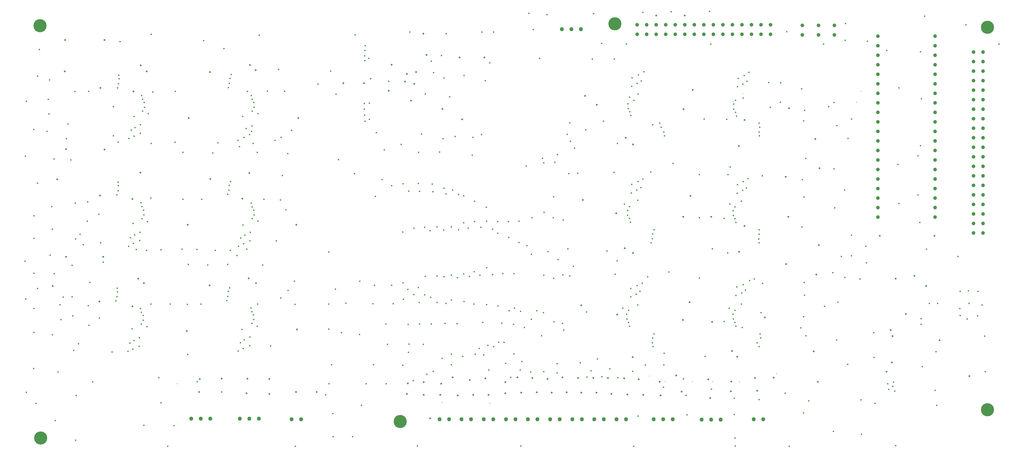
<source format=gbr>
%TF.GenerationSoftware,KiCad,Pcbnew,(6.0.11)*%
%TF.CreationDate,2023-06-01T10:53:08+02:00*%
%TF.ProjectId,Project_V11_Final,50726f6a-6563-4745-9f56-31315f46696e,V11*%
%TF.SameCoordinates,Original*%
%TF.FileFunction,Plated,1,4,PTH,Drill*%
%TF.FilePolarity,Positive*%
%FSLAX46Y46*%
G04 Gerber Fmt 4.6, Leading zero omitted, Abs format (unit mm)*
G04 Created by KiCad (PCBNEW (6.0.11)) date 2023-06-01 10:53:08*
%MOMM*%
%LPD*%
G01*
G04 APERTURE LIST*
%TA.AperFunction,ViaDrill*%
%ADD10C,0.300000*%
%TD*%
%TA.AperFunction,ViaDrill*%
%ADD11C,0.400000*%
%TD*%
%TA.AperFunction,ViaDrill*%
%ADD12C,0.500000*%
%TD*%
%TA.AperFunction,ComponentDrill*%
%ADD13C,1.000000*%
%TD*%
%TA.AperFunction,ComponentDrill*%
%ADD14C,1.100000*%
%TD*%
%TA.AperFunction,ComponentDrill*%
%ADD15C,3.500000*%
%TD*%
G04 APERTURE END LIST*
D10*
X59100000Y-135300000D03*
X129700000Y-140300000D03*
X142400000Y-140500000D03*
X185000000Y-133300000D03*
X189100000Y-134700000D03*
X196400000Y-134700000D03*
X201800000Y-134700000D03*
X208900000Y-134800000D03*
X209795852Y-57884812D03*
X218800000Y-132600000D03*
X240160000Y-60200000D03*
X241310000Y-57300000D03*
D11*
X18520000Y-102620000D03*
X18580000Y-74620000D03*
X18660000Y-112660000D03*
X18840000Y-59940000D03*
X18840000Y-137620000D03*
X20770000Y-131270000D03*
X20780000Y-67440000D03*
X20860000Y-96520000D03*
X20870000Y-105820000D03*
X20870000Y-115210000D03*
X20910000Y-121610000D03*
X20920000Y-90470000D03*
X21370000Y-140580000D03*
X21850000Y-53250000D03*
X21850000Y-81750000D03*
X21850000Y-109900000D03*
X22360000Y-46170000D03*
X24330000Y-67960000D03*
X24690000Y-59450000D03*
X24850000Y-63290000D03*
X25060000Y-54260000D03*
X25220000Y-101000000D03*
X25620000Y-88040000D03*
X25760000Y-94100000D03*
X25770000Y-122260000D03*
X26200000Y-75330000D03*
X26260000Y-105890000D03*
X26590000Y-145110000D03*
X27280000Y-132200000D03*
X27850000Y-114250000D03*
X28060000Y-118180000D03*
X28690000Y-112180000D03*
X29500000Y-69900000D03*
X29900000Y-66000000D03*
X30670000Y-75630000D03*
X31070000Y-103730000D03*
X31080000Y-112120000D03*
X31250000Y-117190000D03*
X31450000Y-126450000D03*
X31810000Y-57280000D03*
X31910000Y-87110000D03*
X32000000Y-96650000D03*
X32010000Y-150330000D03*
X32110000Y-138410000D03*
X32770000Y-124590000D03*
X33130000Y-95410000D03*
X34020000Y-98230000D03*
X35110000Y-91950000D03*
X35210000Y-86760000D03*
X35330000Y-114510000D03*
X35460000Y-57280000D03*
X35510000Y-119700000D03*
X35790000Y-108310000D03*
X36540000Y-134760000D03*
X38130000Y-90070000D03*
X38310000Y-117770000D03*
X38690000Y-97670000D03*
X39340000Y-102910000D03*
X41670000Y-126820000D03*
X42070000Y-61400000D03*
X42070000Y-69180000D03*
X42687499Y-113205650D03*
X42977500Y-84893650D03*
X42987499Y-112105650D03*
X43037499Y-109805650D03*
X43114499Y-56363650D03*
X43120503Y-110801700D03*
X43277500Y-83793650D03*
X43300000Y-70900000D03*
X43327500Y-81493650D03*
X43410504Y-82489700D03*
X43414499Y-55263650D03*
X43464499Y-52963650D03*
X43547503Y-53959700D03*
X43840000Y-43990000D03*
X45901644Y-126695546D03*
X46119600Y-98610750D03*
X46175500Y-69888500D03*
X46484144Y-124482546D03*
X46635000Y-96330650D03*
X46758000Y-67675500D03*
X47066002Y-120629502D03*
X47235144Y-126034546D03*
X47307172Y-92563025D03*
X47386000Y-97882650D03*
X47509000Y-69227500D03*
X47536144Y-123748546D03*
X47550000Y-64050000D03*
X47687000Y-95596650D03*
X47810000Y-66941500D03*
X48150000Y-99500000D03*
X48938644Y-125272546D03*
X48996800Y-123024046D03*
X49089500Y-97120650D03*
X49147656Y-94872150D03*
X49212500Y-68465500D03*
X49267144Y-115202046D03*
X49270656Y-66217000D03*
X49418000Y-87050150D03*
X49521144Y-116218046D03*
X49521144Y-119393046D03*
X49541000Y-58395000D03*
X49672000Y-88066150D03*
X49672000Y-91241150D03*
X49795000Y-59411000D03*
X49795000Y-62586000D03*
X49968135Y-117112029D03*
X50029144Y-118377046D03*
X50118991Y-88960133D03*
X50140000Y-146390000D03*
X50180000Y-90225150D03*
X50241991Y-60304983D03*
X50303000Y-61570000D03*
X50870000Y-99780000D03*
X51045144Y-120028046D03*
X51069000Y-92003150D03*
X51319000Y-63221000D03*
X52050000Y-85780000D03*
X52050000Y-114030000D03*
X52140000Y-42120000D03*
X52140000Y-71220000D03*
X52550000Y-57470000D03*
X54180000Y-133680000D03*
X54770000Y-99610000D03*
X54770000Y-140380000D03*
X56560000Y-151970000D03*
X57190000Y-114030000D03*
X58250000Y-146440000D03*
X58490000Y-70870000D03*
X58520000Y-57300000D03*
X60330000Y-99385250D03*
X60620000Y-86100000D03*
X60630000Y-73580000D03*
X61800000Y-114170000D03*
X61850000Y-127534046D03*
X62050000Y-103450000D03*
X64330000Y-99490000D03*
X64420000Y-134760000D03*
X65430000Y-114040000D03*
X65620000Y-86130000D03*
X66050000Y-43780000D03*
X67210000Y-103600000D03*
X68530000Y-73780000D03*
X69250000Y-99770000D03*
X69890000Y-71010000D03*
X70900000Y-137500000D03*
X71550000Y-45860000D03*
X72237499Y-113105650D03*
X72527500Y-84793650D03*
X72537499Y-112005650D03*
X72540000Y-103500000D03*
X72664499Y-56263650D03*
X72670503Y-110701700D03*
X72827500Y-83693650D03*
X72960504Y-82389700D03*
X72964499Y-55163650D03*
X73037499Y-109705650D03*
X73097503Y-53859700D03*
X73170000Y-99770000D03*
X73327500Y-81393650D03*
X73464499Y-52863650D03*
X75000000Y-101100000D03*
X75240000Y-70370000D03*
X75322500Y-126549500D03*
X75439001Y-98610750D03*
X75650000Y-72050000D03*
X75905000Y-124336500D03*
X76021501Y-96397750D03*
X76300000Y-120800000D03*
X76500000Y-64035500D03*
X76587500Y-92937500D03*
X76656000Y-125888500D03*
X76772501Y-97949750D03*
X76820000Y-69580000D03*
X76957000Y-123602500D03*
X77073501Y-95663750D03*
X77470000Y-67195500D03*
X77590000Y-99380000D03*
X77810000Y-57310000D03*
X78330000Y-68835500D03*
X78359500Y-125126500D03*
X78417656Y-122878000D03*
X78476001Y-97187750D03*
X78534157Y-94939250D03*
X78688000Y-115056000D03*
X78751000Y-58395000D03*
X78804501Y-87117250D03*
X78876203Y-67998442D03*
X78942000Y-116072000D03*
X78942000Y-119247000D03*
X78990000Y-66525500D03*
X79005000Y-59411000D03*
X79005000Y-62586000D03*
X79058501Y-88133250D03*
X79058501Y-91308250D03*
X79300000Y-71210000D03*
X79388991Y-116965983D03*
X79450000Y-118231000D03*
X79451991Y-60304983D03*
X79505492Y-89027233D03*
X79513000Y-61570000D03*
X79566501Y-90292250D03*
X80369499Y-119965650D03*
X80400000Y-73580000D03*
X80500000Y-114040000D03*
X80529000Y-63221000D03*
X80582501Y-91943250D03*
X80890000Y-42330000D03*
X81830000Y-103600000D03*
X82200000Y-86100000D03*
X83090000Y-57200000D03*
X83950000Y-125250000D03*
X85170000Y-70390000D03*
X85500000Y-97200000D03*
X86110000Y-51440000D03*
X86590000Y-86300000D03*
X86700000Y-112410000D03*
X86790000Y-69570000D03*
X87070000Y-79750000D03*
X87720000Y-57280000D03*
X87990000Y-88930000D03*
X88570000Y-73890000D03*
X88590000Y-110440000D03*
X89560000Y-67770000D03*
X90340000Y-107970000D03*
X90490000Y-114120000D03*
X90580000Y-151970000D03*
X96600000Y-55370000D03*
X98610000Y-138240000D03*
X99430000Y-114060000D03*
X99460000Y-100130000D03*
X99490000Y-120760000D03*
X99500000Y-135300000D03*
X99950000Y-51940000D03*
X100190000Y-130230000D03*
X100560000Y-143260000D03*
X100610000Y-149440000D03*
X101210000Y-110030000D03*
X101400000Y-58110000D03*
X102040000Y-75500000D03*
X102840000Y-121700000D03*
X104020000Y-113830000D03*
X105810000Y-149400000D03*
X106310000Y-79240000D03*
X106510000Y-42250000D03*
X107660000Y-122170000D03*
X107780000Y-107950000D03*
X108130000Y-141030000D03*
X108950000Y-60580000D03*
X108950000Y-62090000D03*
X109020000Y-63630000D03*
X109050000Y-47840000D03*
X109090000Y-46390000D03*
X109110000Y-49120000D03*
X109110000Y-65240000D03*
X109210000Y-45130000D03*
X109400000Y-135300000D03*
X110140000Y-48520000D03*
X110250000Y-60490000D03*
X110250000Y-64770000D03*
X110630000Y-53920000D03*
X111250000Y-113940000D03*
X111370000Y-130230000D03*
X111610000Y-109030000D03*
X111920000Y-85380000D03*
X112190000Y-68290000D03*
X113660000Y-80840000D03*
X114300000Y-72900000D03*
X114700000Y-119360000D03*
X114800000Y-135300000D03*
X115130000Y-124820000D03*
X115430000Y-54610000D03*
X116180000Y-109030000D03*
X116190000Y-82450000D03*
X116600000Y-113940000D03*
X118730000Y-71500000D03*
X119190000Y-130350000D03*
X119210000Y-94800000D03*
X119290000Y-81920000D03*
X119290000Y-108390000D03*
X119360000Y-112800000D03*
X120570000Y-110150000D03*
X120610000Y-119480000D03*
X120700000Y-126900000D03*
X120800000Y-83900000D03*
X120890000Y-124700000D03*
X121000000Y-41490000D03*
X121961500Y-134438500D03*
X122110000Y-93854500D03*
X122140000Y-111500000D03*
X123050000Y-151920000D03*
X123310000Y-109610000D03*
X123350000Y-81870000D03*
X123400000Y-73600000D03*
X123580000Y-113610000D03*
X123670000Y-119350000D03*
X123700000Y-84000000D03*
X124200000Y-68690000D03*
X124640000Y-124760000D03*
X125010000Y-111610000D03*
X125040000Y-93560000D03*
X125180000Y-106710000D03*
X125190000Y-57960000D03*
X125600000Y-132800000D03*
X126500000Y-94500000D03*
X126660000Y-112280000D03*
X126790000Y-49270000D03*
X126820000Y-119390000D03*
X127050000Y-82030000D03*
X127200000Y-84100000D03*
X127300000Y-132000000D03*
X127400000Y-52320000D03*
X128310000Y-93510000D03*
X128330000Y-106560000D03*
X128330000Y-113600000D03*
X129000000Y-73500000D03*
X129540000Y-47740000D03*
X129650000Y-128550000D03*
X129900000Y-69900000D03*
X130100000Y-94300000D03*
X130150000Y-53770000D03*
X130160000Y-83160000D03*
X130160000Y-106790000D03*
X130430000Y-119210000D03*
X130650000Y-113860000D03*
X130700000Y-84700000D03*
X130760000Y-41950000D03*
X131670000Y-58720000D03*
X132090000Y-106310000D03*
X132090000Y-112910000D03*
X132100000Y-130200000D03*
X132150000Y-93500000D03*
X132150000Y-127450000D03*
X132460000Y-83670500D03*
X133150000Y-69360000D03*
X133670000Y-119300000D03*
X133730000Y-107040000D03*
X134100000Y-84800000D03*
X134100000Y-94200000D03*
X135200000Y-128000000D03*
X135400000Y-85150000D03*
X135410000Y-92360000D03*
X135450000Y-105970000D03*
X135480000Y-113400000D03*
X135550000Y-53080000D03*
X136600000Y-93800000D03*
X136950000Y-106700000D03*
X137760000Y-74310000D03*
X137900000Y-69600000D03*
X138130000Y-114010000D03*
X138230000Y-105400000D03*
X138290000Y-86644500D03*
X138290000Y-92030000D03*
X138520000Y-127410000D03*
X139540000Y-125930000D03*
X139740000Y-106370000D03*
X140000000Y-93600000D03*
X140180000Y-68870000D03*
X140220000Y-41460000D03*
X140520000Y-118980000D03*
X140800000Y-127600000D03*
X141160000Y-54410000D03*
X141450000Y-88220000D03*
X141500000Y-114200000D03*
X141550000Y-91930000D03*
X141560000Y-104300000D03*
X141900000Y-125050000D03*
X142100000Y-131700000D03*
X142360000Y-49740000D03*
X143100000Y-94100000D03*
X143140000Y-106210000D03*
X143390000Y-125360000D03*
X143430000Y-41460000D03*
X144510000Y-92020000D03*
X144510000Y-95200000D03*
X144540000Y-114570000D03*
X144710000Y-124230000D03*
X145610000Y-119130000D03*
X145820000Y-105880000D03*
X146160000Y-124250000D03*
X146600000Y-129900000D03*
X147390000Y-92010000D03*
X147490000Y-96290000D03*
X147510000Y-115800000D03*
X148000000Y-133600000D03*
X148760000Y-119470000D03*
X148780000Y-105940000D03*
X148800000Y-127300000D03*
X148940000Y-115190000D03*
X150160000Y-91990000D03*
X150180000Y-97600000D03*
X150500000Y-131700000D03*
X150550000Y-116030000D03*
X150710000Y-151920000D03*
X150900000Y-129400000D03*
X151640000Y-120320000D03*
X152140000Y-77200000D03*
X152300000Y-98500000D03*
X152770000Y-36520000D03*
X153300000Y-132200000D03*
X153490000Y-100750000D03*
X153490000Y-118080000D03*
X153600000Y-91020000D03*
X153970000Y-40790000D03*
X154900000Y-115800000D03*
X155710000Y-48540000D03*
X156200000Y-122500000D03*
X156450000Y-75200000D03*
X156680000Y-116360000D03*
X156760000Y-76360000D03*
X156760000Y-106350000D03*
X156800000Y-132100000D03*
X156830000Y-89620000D03*
X157580000Y-36800000D03*
X157900000Y-100100000D03*
X159280000Y-90990000D03*
X159410000Y-107230000D03*
X159420000Y-85420000D03*
X159510000Y-118830000D03*
X159750000Y-76220000D03*
X160300000Y-130000000D03*
X160300000Y-132400000D03*
X160400000Y-74130000D03*
X160600000Y-102200000D03*
X161800000Y-119200000D03*
X161850000Y-106230000D03*
X161920000Y-91590000D03*
X162100000Y-121000000D03*
X163010000Y-68760000D03*
X163200000Y-99300000D03*
X163480000Y-79274500D03*
X163700000Y-106500000D03*
X163750000Y-65680000D03*
X163880000Y-70590000D03*
X164640000Y-103950000D03*
X165020000Y-72450000D03*
X165795000Y-79145000D03*
X166500000Y-129700000D03*
X167940000Y-67590000D03*
X168200000Y-116200000D03*
X168300000Y-133500000D03*
X169400000Y-131800000D03*
X169690000Y-48700000D03*
X170060000Y-36570000D03*
X171100000Y-128700000D03*
X172160000Y-44500000D03*
X172250000Y-133450000D03*
X172680000Y-65250000D03*
X173600000Y-99930000D03*
X174400000Y-131300000D03*
X175470000Y-78870000D03*
X175600000Y-48700000D03*
X175840000Y-106080000D03*
X176350000Y-102540000D03*
X176370000Y-71220000D03*
X176500000Y-133700000D03*
X177883628Y-115107468D03*
X178281000Y-87337000D03*
X178810000Y-44730000D03*
X178899628Y-116758468D03*
X178960637Y-118023485D03*
X179099520Y-89051500D03*
X179160529Y-90316517D03*
X179191346Y-60600979D03*
X179252355Y-61865996D03*
X179407628Y-115742468D03*
X179407628Y-118917468D03*
X179594165Y-58805835D03*
X179607520Y-88035500D03*
X179607520Y-91210500D03*
X179661628Y-119933468D03*
X179699346Y-62759979D03*
X179861520Y-92226500D03*
X179931972Y-112111468D03*
X179953346Y-63775979D03*
X179990128Y-109862968D03*
X180131864Y-84404500D03*
X180190020Y-82156000D03*
X180223690Y-55953979D03*
X180281846Y-53705479D03*
X180500000Y-132000000D03*
X180750000Y-152000000D03*
X180794835Y-59694835D03*
X181392628Y-111386968D03*
X181592520Y-83680000D03*
X181684346Y-55229479D03*
X181693628Y-109100968D03*
X181800000Y-86400000D03*
X181800000Y-114292968D03*
X181893520Y-81394000D03*
X181900000Y-58000000D03*
X181900000Y-143900000D03*
X181985346Y-52943479D03*
X182444628Y-110652968D03*
X182644520Y-82946000D03*
X182736346Y-54495479D03*
X183027128Y-108439968D03*
X183180000Y-36280000D03*
X183227020Y-80669500D03*
X183410000Y-52050000D03*
X183900000Y-130300000D03*
X184450000Y-106730000D03*
X185280000Y-78800000D03*
X185395989Y-97700000D03*
X185705040Y-96646005D03*
X185715622Y-124371692D03*
X185838044Y-95342055D03*
X185840000Y-66180000D03*
X185848626Y-123067742D03*
X185900000Y-125400000D03*
X186138044Y-94242055D03*
X186148626Y-121967742D03*
X187650000Y-65750000D03*
X188100000Y-66850000D03*
X188690000Y-136195000D03*
X188796050Y-68153950D03*
X188800000Y-130300000D03*
X188900000Y-127200000D03*
X188946050Y-69196050D03*
X190170000Y-105500000D03*
X190680000Y-36090000D03*
X191260000Y-76500000D03*
X194000000Y-134000000D03*
X194700000Y-138400000D03*
X194990000Y-143580000D03*
X198220000Y-79470000D03*
X198250000Y-91000000D03*
X198290000Y-107079500D03*
X199500000Y-64710000D03*
X199800000Y-128000000D03*
X200930000Y-35990000D03*
X201310000Y-44730000D03*
X201500000Y-136700000D03*
X201750000Y-99350000D03*
X204880000Y-118730000D03*
X204900000Y-91150000D03*
X205560000Y-64810000D03*
X205800000Y-100400000D03*
X205910000Y-79490000D03*
X206204628Y-115107468D03*
X206348000Y-87337000D03*
X206430000Y-77460000D03*
X207220628Y-116758468D03*
X207263500Y-89140400D03*
X207281637Y-118023485D03*
X207324509Y-90405417D03*
X207391123Y-62028040D03*
X207438540Y-60710835D03*
X207600000Y-139200000D03*
X207610000Y-143500000D03*
X207728628Y-115742468D03*
X207728628Y-118917468D03*
X207770000Y-149770000D03*
X207771500Y-88124400D03*
X207771500Y-91299400D03*
X207820000Y-151930000D03*
X207901719Y-62887282D03*
X207946540Y-59694835D03*
X207980000Y-111784500D03*
X207982628Y-119933468D03*
X208025500Y-92315400D03*
X208200540Y-63885835D03*
X208210000Y-109484500D03*
X208295844Y-84493400D03*
X208391000Y-82207900D03*
X208426063Y-56081282D03*
X208581540Y-53852835D03*
X209430000Y-114070000D03*
X209450000Y-86586000D03*
X209520000Y-111064500D03*
X209650000Y-120310000D03*
X209756500Y-83768900D03*
X209886719Y-55356782D03*
X209900000Y-108869500D03*
X209943219Y-59086781D03*
X209968600Y-81394000D03*
X210187719Y-53070782D03*
X210530000Y-110319000D03*
X210808500Y-83034900D03*
X210938719Y-54622782D03*
X211205600Y-80600000D03*
X211468979Y-52218979D03*
X211600000Y-107740000D03*
X212930000Y-107390000D03*
X213671692Y-124371692D03*
X214051945Y-96692055D03*
X214134949Y-97688105D03*
X214145531Y-125413792D03*
X214154771Y-68153950D03*
X214184949Y-95388105D03*
X214200000Y-94250000D03*
X214200000Y-139500000D03*
X214213080Y-65750000D03*
X214283825Y-69196050D03*
X214379875Y-66850000D03*
X214400000Y-122000000D03*
X214600000Y-123113792D03*
X214640000Y-116370000D03*
X215000000Y-79870000D03*
X215120000Y-108510000D03*
X216710000Y-54940000D03*
X217150000Y-61560000D03*
X219820000Y-60180000D03*
X219920000Y-55030000D03*
X221100000Y-137800000D03*
X221550000Y-41370000D03*
X222180000Y-151970000D03*
X225280000Y-120390000D03*
X225540000Y-56680000D03*
X225570000Y-93450000D03*
X225680000Y-80900000D03*
X226000000Y-117400000D03*
X226000000Y-143100000D03*
X226050000Y-65200000D03*
X226100000Y-85530000D03*
X226200000Y-108300000D03*
X226250000Y-111700000D03*
X226320000Y-62400000D03*
X226600000Y-75190000D03*
X226600000Y-122500000D03*
X227370000Y-139880000D03*
X231350000Y-44730011D03*
X231590000Y-114680000D03*
X232680000Y-61420000D03*
X233850000Y-105630000D03*
X233970000Y-148040000D03*
X234170000Y-77960000D03*
X234180000Y-60260000D03*
X234340000Y-88390000D03*
X234790000Y-123650000D03*
X234880000Y-66440000D03*
X235140000Y-113570000D03*
X236070000Y-101330000D03*
X236950000Y-83650000D03*
X237000000Y-106950000D03*
X237130000Y-43730000D03*
X237180000Y-39180000D03*
X237780000Y-130100000D03*
X237840000Y-69830000D03*
X238850000Y-64720000D03*
X238850000Y-95700000D03*
X238850000Y-101150000D03*
X241100000Y-107320000D03*
X241320000Y-139580000D03*
X241470000Y-148790000D03*
X242590000Y-98610000D03*
X242750000Y-103000000D03*
X243080000Y-43910000D03*
X244720000Y-121630000D03*
X244860000Y-128230000D03*
X245090000Y-140590000D03*
X248190000Y-46370000D03*
X248460000Y-135280000D03*
X248730000Y-136850000D03*
X249820000Y-135940000D03*
X249950000Y-134910000D03*
X250320000Y-137240000D03*
X250580000Y-151770000D03*
X251170000Y-76790000D03*
X251450500Y-56390000D03*
X251450500Y-87190000D03*
X256490000Y-74520000D03*
X256520000Y-84940000D03*
X257000000Y-92270000D03*
X257200000Y-71830000D03*
X257220000Y-46760000D03*
X257390000Y-117970000D03*
X257390000Y-119500000D03*
X257470000Y-59280000D03*
X257710000Y-130730000D03*
X258300000Y-37270000D03*
X258830000Y-99410000D03*
X259560000Y-113880000D03*
X261100000Y-137090000D03*
X261320000Y-126770000D03*
X261520000Y-141090000D03*
X261760000Y-113880000D03*
X267140000Y-101330000D03*
X267710000Y-115200000D03*
X267800000Y-110690000D03*
X267800000Y-117080000D03*
X269270000Y-39580000D03*
X269610000Y-118030000D03*
X269950000Y-110480000D03*
X270110000Y-113840000D03*
X272460000Y-117150000D03*
X272470000Y-110660000D03*
X273610000Y-114280000D03*
X274320000Y-122630000D03*
X274420000Y-132100000D03*
X278100000Y-44670000D03*
D12*
X25900000Y-109230000D03*
X27079139Y-80786985D03*
X29120000Y-52020000D03*
X29150000Y-43600000D03*
X29400000Y-72750000D03*
X29400000Y-101400000D03*
X38350000Y-113350000D03*
X38500000Y-85050000D03*
X38600000Y-56350000D03*
X39350000Y-101400000D03*
X39650500Y-72844096D03*
X39700000Y-43600000D03*
X47100000Y-86000000D03*
X47150000Y-114650000D03*
X47350000Y-57300000D03*
X48650000Y-107240000D03*
X49240000Y-79000000D03*
X49360000Y-50360000D03*
X50200000Y-108450000D03*
X50900000Y-51950000D03*
X61600000Y-121250000D03*
X61850000Y-92850000D03*
X62150000Y-64400000D03*
X64900000Y-137500000D03*
X65098000Y-134008810D03*
X67712783Y-109031150D03*
X67779845Y-52189150D03*
X67873250Y-80719150D03*
X70898000Y-133958810D03*
X76450000Y-85950000D03*
X77500000Y-137800000D03*
X77798000Y-133958810D03*
X78110000Y-107170000D03*
X78270000Y-79100000D03*
X78420000Y-50300000D03*
X79950000Y-51650000D03*
X80100000Y-108500000D03*
X83600000Y-138000000D03*
X83648000Y-134008810D03*
X90700000Y-137500000D03*
X90800000Y-92900000D03*
X91000000Y-120850000D03*
X91350000Y-64400000D03*
X96200000Y-137500000D03*
X103310000Y-55160000D03*
X108870000Y-55090000D03*
X115482500Y-57117500D03*
X116214900Y-50243500D03*
X119747300Y-54707700D03*
X120250000Y-138000000D03*
X120311850Y-52666200D03*
X120500000Y-135250000D03*
X121347400Y-59787700D03*
X122190000Y-55330000D03*
X122720000Y-52160000D03*
X124670000Y-41910000D03*
X124750000Y-138250000D03*
X124800000Y-134900000D03*
X125502200Y-47556200D03*
X126420000Y-144550000D03*
X129200000Y-138300000D03*
X129400000Y-135300000D03*
X129797300Y-62007700D03*
X132500000Y-133600000D03*
X133800000Y-138400000D03*
X134320000Y-48230000D03*
X135047300Y-64757700D03*
X137000000Y-134300000D03*
X138000000Y-138300000D03*
X140950000Y-48300000D03*
X141200000Y-133900000D03*
X142000000Y-138300000D03*
X146500000Y-134900000D03*
X146500000Y-137800000D03*
X149700000Y-133600000D03*
X150800000Y-137700000D03*
X153700000Y-133800000D03*
X154900000Y-137600000D03*
X157800000Y-134000000D03*
X158900000Y-137700000D03*
X161800000Y-133600000D03*
X162900000Y-137600000D03*
X165900000Y-133800000D03*
X166750000Y-114424500D03*
X166800000Y-137700000D03*
X167150000Y-86250000D03*
X167800000Y-58500000D03*
X170000000Y-133800000D03*
X170800000Y-137700000D03*
X170950000Y-60900000D03*
X173900000Y-133800000D03*
X174800000Y-138000000D03*
X176050000Y-89800000D03*
X176325000Y-116875000D03*
X178200000Y-133900000D03*
X178400000Y-99150000D03*
X178650000Y-69650000D03*
X179000000Y-138200000D03*
X180450000Y-128160000D03*
X180550000Y-71500000D03*
X180550000Y-100440000D03*
X182100000Y-134100000D03*
X183300000Y-138300000D03*
X186715000Y-37085000D03*
X187700000Y-134800000D03*
X187900000Y-138400000D03*
X192100000Y-133100000D03*
X193500000Y-137400000D03*
X193850000Y-118250000D03*
X193900000Y-90750000D03*
X194050000Y-62050000D03*
X194350000Y-37100000D03*
X195672655Y-113577345D03*
X195900000Y-85179000D03*
X196450000Y-56900000D03*
X200600000Y-134100000D03*
X201100000Y-139100000D03*
X201400000Y-90750000D03*
X201640000Y-118750000D03*
X206600000Y-137300500D03*
X206700000Y-134700000D03*
X206950000Y-126600000D03*
X208360000Y-128130000D03*
X208760000Y-71890000D03*
X208850000Y-100110000D03*
X210250000Y-93250000D03*
X210300000Y-64950000D03*
X213100000Y-133800000D03*
X213700000Y-137200000D03*
X215700000Y-117600000D03*
X218100000Y-133700000D03*
X221250000Y-80100000D03*
X221350000Y-103400000D03*
X222000000Y-90800000D03*
X222100000Y-61850000D03*
X228744626Y-126638311D03*
X229200000Y-70040000D03*
X229450000Y-106200000D03*
X229850000Y-134800000D03*
X230060000Y-98340000D03*
X230250000Y-77800000D03*
X246340000Y-95830000D03*
X248130000Y-132040000D03*
X249260000Y-121000000D03*
X249540000Y-129630000D03*
X249750000Y-122630000D03*
X250570000Y-107240000D03*
X253300000Y-116700000D03*
X255540000Y-106470000D03*
X258670000Y-109220000D03*
X260950000Y-95830000D03*
X262250000Y-123680000D03*
X270230000Y-133230000D03*
D13*
%TO.C,J17*%
X181635000Y-39500000D03*
X181635000Y-42040000D03*
X184175000Y-39500000D03*
X184175000Y-42040000D03*
X186715000Y-39500000D03*
X186715000Y-42040000D03*
X189255000Y-39500000D03*
X189255000Y-42040000D03*
X191795000Y-39500000D03*
X191795000Y-42040000D03*
X194335000Y-39500000D03*
X194335000Y-42040000D03*
X196875000Y-39500000D03*
X196875000Y-42040000D03*
X199415000Y-39500000D03*
X199415000Y-42040000D03*
X201955000Y-39500000D03*
X201955000Y-42040000D03*
X204495000Y-39500000D03*
X204495000Y-42040000D03*
X207035000Y-39500000D03*
X207035000Y-42040000D03*
X209575000Y-39500000D03*
X209575000Y-42040000D03*
X212115000Y-39500000D03*
X212115000Y-42040000D03*
X214655000Y-39500000D03*
X214655000Y-42040000D03*
X217195000Y-39500000D03*
X217195000Y-42040000D03*
%TO.C,JP36*%
X225680000Y-39730000D03*
X225680000Y-42270000D03*
%TO.C,JP35*%
X229970000Y-39730000D03*
X229970000Y-42270000D03*
%TO.C,JP34*%
X234260000Y-39730000D03*
X234260000Y-42270000D03*
%TO.C,U20*%
X245880000Y-42620000D03*
X245880000Y-45160000D03*
X245880000Y-47700000D03*
X245880000Y-50240000D03*
X245880000Y-52780000D03*
X245880000Y-55320000D03*
X245880000Y-57860000D03*
X245880000Y-60400000D03*
X245880000Y-62940000D03*
X245880000Y-65480000D03*
X245880000Y-68020000D03*
X245880000Y-70560000D03*
X245880000Y-73100000D03*
X245880000Y-75640000D03*
X245880000Y-78180000D03*
X245880000Y-80720000D03*
X245880000Y-83260000D03*
X245880000Y-85800000D03*
X245880000Y-88340000D03*
X245880000Y-90880000D03*
X261120000Y-42620000D03*
X261120000Y-45160000D03*
X261120000Y-47700000D03*
X261120000Y-50240000D03*
X261120000Y-52780000D03*
X261120000Y-55320000D03*
X261120000Y-57860000D03*
X261120000Y-60400000D03*
X261120000Y-62940000D03*
X261120000Y-65480000D03*
X261120000Y-68020000D03*
X261120000Y-70560000D03*
X261120000Y-73100000D03*
X261120000Y-75640000D03*
X261120000Y-78180000D03*
X261120000Y-80720000D03*
X261120000Y-83260000D03*
X261120000Y-85800000D03*
X261120000Y-88340000D03*
X261120000Y-90880000D03*
%TO.C,J18*%
X271310000Y-46840000D03*
X271310000Y-49380000D03*
X271310000Y-51920000D03*
X271310000Y-54460000D03*
X271310000Y-57000000D03*
X271310000Y-59540000D03*
X271310000Y-62080000D03*
X271310000Y-64620000D03*
X271310000Y-67160000D03*
X271310000Y-69700000D03*
X271310000Y-72240000D03*
X271310000Y-74780000D03*
X271310000Y-77320000D03*
X271310000Y-79860000D03*
X271310000Y-82400000D03*
X271310000Y-84940000D03*
X271310000Y-87480000D03*
X271310000Y-90020000D03*
X271310000Y-92560000D03*
X271310000Y-95100000D03*
X273850000Y-46840000D03*
X273850000Y-49380000D03*
X273850000Y-51920000D03*
X273850000Y-54460000D03*
X273850000Y-57000000D03*
X273850000Y-59540000D03*
X273850000Y-62080000D03*
X273850000Y-64620000D03*
X273850000Y-67160000D03*
X273850000Y-69700000D03*
X273850000Y-72240000D03*
X273850000Y-74780000D03*
X273850000Y-77320000D03*
X273850000Y-79860000D03*
X273850000Y-82400000D03*
X273850000Y-84940000D03*
X273850000Y-87480000D03*
X273850000Y-90020000D03*
X273850000Y-92560000D03*
X273850000Y-95100000D03*
D14*
%TO.C,J14*%
X62800000Y-144600000D03*
X65340000Y-144600000D03*
X67880000Y-144600000D03*
%TO.C,J15*%
X75720000Y-144600000D03*
X78260000Y-144600000D03*
X80800000Y-144600000D03*
%TO.C,J16*%
X89510000Y-144800000D03*
X92050000Y-144800000D03*
%TO.C,J2*%
X128980000Y-144750000D03*
X131520000Y-144750000D03*
%TO.C,J3*%
X134880000Y-144750000D03*
X137420000Y-144750000D03*
%TO.C,J4*%
X140780000Y-144750000D03*
X143320000Y-144750000D03*
%TO.C,J5*%
X146680000Y-144750000D03*
X149220000Y-144750000D03*
%TO.C,J6*%
X152550000Y-144750000D03*
X155090000Y-144750000D03*
%TO.C,J7*%
X158480000Y-144750000D03*
X161020000Y-144750000D03*
%TO.C,J1*%
X161600000Y-40700000D03*
X164140000Y-40700000D03*
%TO.C,J8*%
X164350000Y-144750000D03*
%TO.C,J1*%
X166680000Y-40700000D03*
%TO.C,J8*%
X166890000Y-144750000D03*
%TO.C,J9*%
X170250000Y-144750000D03*
X172790000Y-144750000D03*
%TO.C,J10*%
X176150000Y-144750000D03*
X178690000Y-144750000D03*
%TO.C,J11*%
X186060000Y-144800000D03*
X188600000Y-144800000D03*
X191140000Y-144800000D03*
%TO.C,J12*%
X198860000Y-144900000D03*
X201400000Y-144900000D03*
X203940000Y-144900000D03*
%TO.C,J13*%
X212730000Y-144800000D03*
X215270000Y-144800000D03*
D15*
%TO.C,H6*%
X22529800Y-39816800D03*
%TO.C,H1*%
X22656800Y-149798800D03*
%TO.C,H5*%
X118541800Y-145379200D03*
%TO.C,H3*%
X175742600Y-39308800D03*
%TO.C,H4*%
X275056600Y-40223200D03*
%TO.C,H2*%
X275082000Y-142204200D03*
M02*

</source>
